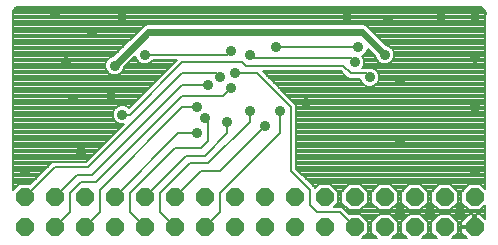
<source format=gbl>
G75*
%MOIN*%
%OFA0B0*%
%FSLAX25Y25*%
%IPPOS*%
%LPD*%
%AMOC8*
5,1,8,0,0,1.08239X$1,22.5*
%
%ADD10OC8,0.06000*%
%ADD11C,0.00800*%
%ADD12C,0.03569*%
%ADD13C,0.02400*%
D10*
X0006650Y0006400D03*
X0016650Y0006400D03*
X0026650Y0006400D03*
X0036650Y0006400D03*
X0046650Y0006400D03*
X0056650Y0006400D03*
X0066650Y0006400D03*
X0076650Y0006400D03*
X0086650Y0006400D03*
X0096650Y0006400D03*
X0106650Y0006400D03*
X0116650Y0006400D03*
X0126650Y0006400D03*
X0136650Y0006400D03*
X0146650Y0006400D03*
X0156650Y0006400D03*
X0156650Y0016400D03*
X0146650Y0016400D03*
X0136650Y0016400D03*
X0126650Y0016400D03*
X0116650Y0016400D03*
X0106650Y0016400D03*
X0096650Y0016400D03*
X0086650Y0016400D03*
X0076650Y0016400D03*
X0066650Y0016400D03*
X0056650Y0016400D03*
X0046650Y0016400D03*
X0036650Y0016400D03*
X0026650Y0016400D03*
X0016650Y0016400D03*
X0006650Y0016400D03*
D11*
X0016650Y0026400D01*
X0027900Y0026400D01*
X0059150Y0057650D01*
X0070400Y0057650D01*
X0071650Y0056400D01*
X0067900Y0053900D02*
X0059150Y0053900D01*
X0029150Y0023900D01*
X0024150Y0023900D01*
X0016650Y0016400D01*
X0021650Y0017650D02*
X0025400Y0021400D01*
X0030400Y0021400D01*
X0059150Y0050150D01*
X0072900Y0050150D01*
X0075400Y0052650D01*
X0076650Y0057650D02*
X0084150Y0057650D01*
X0095400Y0046400D01*
X0095400Y0025150D01*
X0101650Y0018900D01*
X0101650Y0013900D01*
X0104150Y0011400D01*
X0111650Y0011400D01*
X0116650Y0006400D01*
X0119887Y0003415D02*
X0123413Y0003415D01*
X0124027Y0002800D02*
X0122250Y0004577D01*
X0122250Y0008223D01*
X0124827Y0010800D01*
X0128473Y0010800D01*
X0131050Y0008223D01*
X0131050Y0004577D01*
X0129273Y0002800D01*
X0134027Y0002800D01*
X0132250Y0004577D01*
X0132250Y0008223D01*
X0134827Y0010800D01*
X0138473Y0010800D01*
X0141050Y0008223D01*
X0141050Y0004577D01*
X0139273Y0002800D01*
X0144027Y0002800D01*
X0142250Y0004577D01*
X0142250Y0008223D01*
X0144827Y0010800D01*
X0148473Y0010800D01*
X0151050Y0008223D01*
X0151050Y0004577D01*
X0149273Y0002800D01*
X0154027Y0002800D01*
X0152250Y0004577D01*
X0152250Y0006000D01*
X0156250Y0006000D01*
X0156250Y0006800D01*
X0156250Y0010800D01*
X0154827Y0010800D01*
X0152250Y0008223D01*
X0152250Y0006800D01*
X0156250Y0006800D01*
X0157050Y0006800D01*
X0157050Y0010800D01*
X0158473Y0010800D01*
X0160250Y0009023D01*
X0160250Y0013777D01*
X0158473Y0012000D01*
X0154827Y0012000D01*
X0152250Y0014577D01*
X0152250Y0018223D01*
X0154827Y0020800D01*
X0158473Y0020800D01*
X0160250Y0019023D01*
X0160250Y0076456D01*
X0160172Y0076566D01*
X0160250Y0077020D01*
X0160250Y0077480D01*
X0160299Y0077529D01*
X0160303Y0077583D01*
X0160107Y0078451D01*
X0159594Y0079177D01*
X0158843Y0079652D01*
X0158486Y0079750D01*
X0004400Y0079750D01*
X0003986Y0079695D01*
X0003269Y0079281D01*
X0002855Y0078564D01*
X0002800Y0078150D01*
X0002800Y0018773D01*
X0004827Y0020800D01*
X0008473Y0020800D01*
X0008488Y0020784D01*
X0014850Y0027146D01*
X0015904Y0028200D01*
X0027154Y0028200D01*
X0039670Y0040716D01*
X0038517Y0040716D01*
X0037346Y0041201D01*
X0036451Y0042096D01*
X0035966Y0043267D01*
X0035966Y0044533D01*
X0036451Y0045704D01*
X0037346Y0046599D01*
X0038517Y0047084D01*
X0039783Y0047084D01*
X0040954Y0046599D01*
X0041379Y0046174D01*
X0057304Y0062100D01*
X0049351Y0062100D01*
X0049349Y0062096D01*
X0048454Y0061201D01*
X0047283Y0060716D01*
X0046017Y0060716D01*
X0044846Y0061201D01*
X0043951Y0062096D01*
X0043466Y0063267D01*
X0043466Y0063289D01*
X0039834Y0059657D01*
X0039834Y0059517D01*
X0039349Y0058346D01*
X0038454Y0057451D01*
X0037283Y0056966D01*
X0036017Y0056966D01*
X0034846Y0057451D01*
X0033951Y0058346D01*
X0033466Y0059517D01*
X0033466Y0060783D01*
X0033951Y0061954D01*
X0034846Y0062849D01*
X0036017Y0063334D01*
X0036157Y0063334D01*
X0045696Y0072873D01*
X0046427Y0073604D01*
X0047383Y0074000D01*
X0119667Y0074000D01*
X0120623Y0073604D01*
X0127143Y0067084D01*
X0127283Y0067084D01*
X0128454Y0066599D01*
X0129349Y0065704D01*
X0129834Y0064533D01*
X0129834Y0063267D01*
X0129349Y0062096D01*
X0128454Y0061201D01*
X0127283Y0060716D01*
X0126017Y0060716D01*
X0124846Y0061201D01*
X0123951Y0062096D01*
X0123466Y0063267D01*
X0123466Y0063407D01*
X0121084Y0065789D01*
X0121084Y0065767D01*
X0120599Y0064596D01*
X0119704Y0063701D01*
X0119102Y0063451D01*
X0119349Y0063204D01*
X0119834Y0062033D01*
X0119834Y0060767D01*
X0119349Y0059596D01*
X0119203Y0059450D01*
X0120692Y0059450D01*
X0121017Y0059584D01*
X0122283Y0059584D01*
X0123454Y0059099D01*
X0124349Y0058204D01*
X0124834Y0057033D01*
X0124834Y0055767D01*
X0124349Y0054596D01*
X0123454Y0053701D01*
X0122283Y0053216D01*
X0121017Y0053216D01*
X0119846Y0053701D01*
X0118951Y0054596D01*
X0118466Y0055767D01*
X0118466Y0055850D01*
X0114654Y0055850D01*
X0113600Y0056904D01*
X0112154Y0058350D01*
X0085996Y0058350D01*
X0096146Y0048200D01*
X0097200Y0047146D01*
X0097200Y0025896D01*
X0102396Y0020700D01*
X0103450Y0019646D01*
X0103450Y0019423D01*
X0104827Y0020800D01*
X0108473Y0020800D01*
X0111050Y0018223D01*
X0111050Y0014577D01*
X0109673Y0013200D01*
X0112396Y0013200D01*
X0114812Y0010784D01*
X0114827Y0010800D01*
X0118473Y0010800D01*
X0121050Y0008223D01*
X0121050Y0004577D01*
X0119273Y0002800D01*
X0124027Y0002800D01*
X0122614Y0004213D02*
X0120686Y0004213D01*
X0121050Y0005012D02*
X0122250Y0005012D01*
X0122250Y0005810D02*
X0121050Y0005810D01*
X0121050Y0006609D02*
X0122250Y0006609D01*
X0122250Y0007407D02*
X0121050Y0007407D01*
X0121050Y0008206D02*
X0122250Y0008206D01*
X0123032Y0009004D02*
X0120268Y0009004D01*
X0119470Y0009803D02*
X0123830Y0009803D01*
X0124629Y0010601D02*
X0118671Y0010601D01*
X0118473Y0012000D02*
X0114827Y0012000D01*
X0112250Y0014577D01*
X0112250Y0018223D01*
X0114827Y0020800D01*
X0118473Y0020800D01*
X0121050Y0018223D01*
X0121050Y0014577D01*
X0118473Y0012000D01*
X0118671Y0012199D02*
X0124629Y0012199D01*
X0124827Y0012000D02*
X0128473Y0012000D01*
X0131050Y0014577D01*
X0131050Y0018223D01*
X0128473Y0020800D01*
X0124827Y0020800D01*
X0122250Y0018223D01*
X0122250Y0014577D01*
X0124827Y0012000D01*
X0123830Y0012997D02*
X0119470Y0012997D01*
X0120268Y0013796D02*
X0123032Y0013796D01*
X0122250Y0014594D02*
X0121050Y0014594D01*
X0121050Y0015393D02*
X0122250Y0015393D01*
X0122250Y0016191D02*
X0121050Y0016191D01*
X0121050Y0016990D02*
X0122250Y0016990D01*
X0122250Y0017788D02*
X0121050Y0017788D01*
X0120686Y0018587D02*
X0122614Y0018587D01*
X0123413Y0019385D02*
X0119887Y0019385D01*
X0119089Y0020184D02*
X0124211Y0020184D01*
X0129089Y0020184D02*
X0134211Y0020184D01*
X0134827Y0020800D02*
X0132250Y0018223D01*
X0132250Y0014577D01*
X0134827Y0012000D01*
X0138473Y0012000D01*
X0141050Y0014577D01*
X0141050Y0018223D01*
X0138473Y0020800D01*
X0134827Y0020800D01*
X0133413Y0019385D02*
X0129887Y0019385D01*
X0130686Y0018587D02*
X0132614Y0018587D01*
X0132250Y0017788D02*
X0131050Y0017788D01*
X0131050Y0016990D02*
X0132250Y0016990D01*
X0132250Y0016191D02*
X0131050Y0016191D01*
X0131050Y0015393D02*
X0132250Y0015393D01*
X0132250Y0014594D02*
X0131050Y0014594D01*
X0130268Y0013796D02*
X0133032Y0013796D01*
X0133830Y0012997D02*
X0129470Y0012997D01*
X0128671Y0012199D02*
X0134629Y0012199D01*
X0134629Y0010601D02*
X0128671Y0010601D01*
X0129470Y0009803D02*
X0133830Y0009803D01*
X0133032Y0009004D02*
X0130268Y0009004D01*
X0131050Y0008206D02*
X0132250Y0008206D01*
X0132250Y0007407D02*
X0131050Y0007407D01*
X0131050Y0006609D02*
X0132250Y0006609D01*
X0132250Y0005810D02*
X0131050Y0005810D01*
X0131050Y0005012D02*
X0132250Y0005012D01*
X0132614Y0004213D02*
X0130686Y0004213D01*
X0129887Y0003415D02*
X0133413Y0003415D01*
X0139887Y0003415D02*
X0143413Y0003415D01*
X0142614Y0004213D02*
X0140686Y0004213D01*
X0141050Y0005012D02*
X0142250Y0005012D01*
X0142250Y0005810D02*
X0141050Y0005810D01*
X0141050Y0006609D02*
X0142250Y0006609D01*
X0142250Y0007407D02*
X0141050Y0007407D01*
X0141050Y0008206D02*
X0142250Y0008206D01*
X0143032Y0009004D02*
X0140268Y0009004D01*
X0139470Y0009803D02*
X0143830Y0009803D01*
X0144629Y0010601D02*
X0138671Y0010601D01*
X0138671Y0012199D02*
X0144629Y0012199D01*
X0144827Y0012000D02*
X0148473Y0012000D01*
X0151050Y0014577D01*
X0151050Y0018223D01*
X0148473Y0020800D01*
X0144827Y0020800D01*
X0142250Y0018223D01*
X0142250Y0014577D01*
X0144827Y0012000D01*
X0143830Y0012997D02*
X0139470Y0012997D01*
X0140268Y0013796D02*
X0143032Y0013796D01*
X0142250Y0014594D02*
X0141050Y0014594D01*
X0141050Y0015393D02*
X0142250Y0015393D01*
X0142250Y0016191D02*
X0141050Y0016191D01*
X0141050Y0016990D02*
X0142250Y0016990D01*
X0142250Y0017788D02*
X0141050Y0017788D01*
X0140686Y0018587D02*
X0142614Y0018587D01*
X0143413Y0019385D02*
X0139887Y0019385D01*
X0139089Y0020184D02*
X0144211Y0020184D01*
X0149089Y0020184D02*
X0154211Y0020184D01*
X0153413Y0019385D02*
X0149887Y0019385D01*
X0150686Y0018587D02*
X0152614Y0018587D01*
X0152250Y0017788D02*
X0151050Y0017788D01*
X0151050Y0016990D02*
X0152250Y0016990D01*
X0152250Y0016191D02*
X0151050Y0016191D01*
X0151050Y0015393D02*
X0152250Y0015393D01*
X0152250Y0014594D02*
X0151050Y0014594D01*
X0150268Y0013796D02*
X0153032Y0013796D01*
X0153830Y0012997D02*
X0149470Y0012997D01*
X0148671Y0012199D02*
X0154629Y0012199D01*
X0154629Y0010601D02*
X0148671Y0010601D01*
X0149470Y0009803D02*
X0153830Y0009803D01*
X0153032Y0009004D02*
X0150268Y0009004D01*
X0151050Y0008206D02*
X0152250Y0008206D01*
X0152250Y0007407D02*
X0151050Y0007407D01*
X0151050Y0006609D02*
X0156250Y0006609D01*
X0156250Y0007407D02*
X0157050Y0007407D01*
X0157050Y0008206D02*
X0156250Y0008206D01*
X0156250Y0009004D02*
X0157050Y0009004D01*
X0157050Y0009803D02*
X0156250Y0009803D01*
X0156250Y0010601D02*
X0157050Y0010601D01*
X0158671Y0010601D02*
X0160250Y0010601D01*
X0160250Y0009803D02*
X0159470Y0009803D01*
X0160250Y0011400D02*
X0114196Y0011400D01*
X0114629Y0012199D02*
X0113397Y0012199D01*
X0113830Y0012997D02*
X0112599Y0012997D01*
X0113032Y0013796D02*
X0110268Y0013796D01*
X0111050Y0014594D02*
X0112250Y0014594D01*
X0112250Y0015393D02*
X0111050Y0015393D01*
X0111050Y0016191D02*
X0112250Y0016191D01*
X0112250Y0016990D02*
X0111050Y0016990D01*
X0111050Y0017788D02*
X0112250Y0017788D01*
X0112614Y0018587D02*
X0110686Y0018587D01*
X0109887Y0019385D02*
X0113413Y0019385D01*
X0114211Y0020184D02*
X0109089Y0020184D01*
X0104211Y0020184D02*
X0102912Y0020184D01*
X0102113Y0020982D02*
X0160250Y0020982D01*
X0160250Y0020184D02*
X0159089Y0020184D01*
X0159887Y0019385D02*
X0160250Y0019385D01*
X0160250Y0021781D02*
X0101315Y0021781D01*
X0100516Y0022579D02*
X0160250Y0022579D01*
X0160250Y0023378D02*
X0099718Y0023378D01*
X0098919Y0024176D02*
X0160250Y0024176D01*
X0160250Y0024975D02*
X0098121Y0024975D01*
X0097322Y0025773D02*
X0160250Y0025773D01*
X0160250Y0026572D02*
X0097200Y0026572D01*
X0097200Y0027370D02*
X0160250Y0027370D01*
X0160250Y0028169D02*
X0097200Y0028169D01*
X0097200Y0028967D02*
X0160250Y0028967D01*
X0160250Y0029766D02*
X0097200Y0029766D01*
X0097200Y0030564D02*
X0160250Y0030564D01*
X0160250Y0031363D02*
X0097200Y0031363D01*
X0097200Y0032161D02*
X0160250Y0032161D01*
X0160250Y0032960D02*
X0097200Y0032960D01*
X0097200Y0033758D02*
X0160250Y0033758D01*
X0160250Y0034557D02*
X0097200Y0034557D01*
X0097200Y0035355D02*
X0160250Y0035355D01*
X0160250Y0036154D02*
X0097200Y0036154D01*
X0097200Y0036952D02*
X0160250Y0036952D01*
X0160250Y0037751D02*
X0097200Y0037751D01*
X0097200Y0038549D02*
X0160250Y0038549D01*
X0160250Y0039348D02*
X0097200Y0039348D01*
X0097200Y0040146D02*
X0160250Y0040146D01*
X0160250Y0040945D02*
X0097200Y0040945D01*
X0097200Y0041743D02*
X0160250Y0041743D01*
X0160250Y0042542D02*
X0097200Y0042542D01*
X0097200Y0043340D02*
X0160250Y0043340D01*
X0160250Y0044139D02*
X0097200Y0044139D01*
X0097200Y0044937D02*
X0160250Y0044937D01*
X0160250Y0045736D02*
X0097200Y0045736D01*
X0097200Y0046534D02*
X0160250Y0046534D01*
X0160250Y0047333D02*
X0097013Y0047333D01*
X0096214Y0048132D02*
X0160250Y0048132D01*
X0160250Y0048930D02*
X0095416Y0048930D01*
X0094617Y0049729D02*
X0160250Y0049729D01*
X0160250Y0050527D02*
X0093819Y0050527D01*
X0093020Y0051326D02*
X0160250Y0051326D01*
X0160250Y0052124D02*
X0092221Y0052124D01*
X0091423Y0052923D02*
X0160250Y0052923D01*
X0160250Y0053721D02*
X0123474Y0053721D01*
X0124273Y0054520D02*
X0160250Y0054520D01*
X0160250Y0055318D02*
X0124648Y0055318D01*
X0124834Y0056117D02*
X0160250Y0056117D01*
X0160250Y0056915D02*
X0124834Y0056915D01*
X0124552Y0057714D02*
X0160250Y0057714D01*
X0160250Y0058512D02*
X0124041Y0058512D01*
X0122944Y0059311D02*
X0160250Y0059311D01*
X0160250Y0060109D02*
X0119562Y0060109D01*
X0119834Y0060908D02*
X0125553Y0060908D01*
X0124341Y0061706D02*
X0119834Y0061706D01*
X0119639Y0062505D02*
X0123781Y0062505D01*
X0123466Y0063303D02*
X0119250Y0063303D01*
X0120105Y0064102D02*
X0122771Y0064102D01*
X0121973Y0064900D02*
X0120725Y0064900D01*
X0121056Y0065699D02*
X0121174Y0065699D01*
X0117900Y0066400D02*
X0090400Y0066400D01*
X0082900Y0062650D02*
X0115400Y0062650D01*
X0116650Y0061400D01*
X0112900Y0060150D02*
X0080400Y0060150D01*
X0079150Y0061400D01*
X0059150Y0061400D01*
X0041650Y0043900D01*
X0039150Y0043900D01*
X0036803Y0041743D02*
X0002800Y0041743D01*
X0002800Y0040945D02*
X0037963Y0040945D01*
X0039101Y0040146D02*
X0002800Y0040146D01*
X0002800Y0039348D02*
X0038302Y0039348D01*
X0037504Y0038549D02*
X0002800Y0038549D01*
X0002800Y0037751D02*
X0036705Y0037751D01*
X0035907Y0036952D02*
X0002800Y0036952D01*
X0002800Y0036154D02*
X0035108Y0036154D01*
X0034310Y0035355D02*
X0002800Y0035355D01*
X0002800Y0034557D02*
X0033511Y0034557D01*
X0032713Y0033758D02*
X0002800Y0033758D01*
X0002800Y0032960D02*
X0031914Y0032960D01*
X0031116Y0032161D02*
X0002800Y0032161D01*
X0002800Y0031363D02*
X0030317Y0031363D01*
X0029519Y0030564D02*
X0002800Y0030564D01*
X0002800Y0029766D02*
X0028720Y0029766D01*
X0027922Y0028967D02*
X0002800Y0028967D01*
X0002800Y0028169D02*
X0015873Y0028169D01*
X0015075Y0027370D02*
X0002800Y0027370D01*
X0002800Y0026572D02*
X0014276Y0026572D01*
X0013478Y0025773D02*
X0002800Y0025773D01*
X0002800Y0024975D02*
X0012679Y0024975D01*
X0011881Y0024176D02*
X0002800Y0024176D01*
X0002800Y0023378D02*
X0011082Y0023378D01*
X0010284Y0022579D02*
X0002800Y0022579D01*
X0002800Y0021781D02*
X0009485Y0021781D01*
X0008687Y0020982D02*
X0002800Y0020982D01*
X0002800Y0020184D02*
X0004211Y0020184D01*
X0003413Y0019385D02*
X0002800Y0019385D01*
X0021650Y0017650D02*
X0021650Y0011400D01*
X0016650Y0006400D01*
X0026650Y0006400D02*
X0031650Y0011400D01*
X0031650Y0018900D01*
X0059150Y0046400D01*
X0064150Y0046400D01*
X0066650Y0042650D02*
X0067900Y0041400D01*
X0067900Y0035150D01*
X0065400Y0032650D01*
X0056650Y0032650D01*
X0041650Y0017650D01*
X0041650Y0011400D01*
X0046650Y0006400D01*
X0051650Y0011400D02*
X0056650Y0006400D01*
X0051650Y0011400D02*
X0051650Y0017650D01*
X0061650Y0027650D01*
X0067900Y0027650D01*
X0081650Y0041400D01*
X0081650Y0045150D01*
X0074150Y0041400D02*
X0074150Y0037650D01*
X0066650Y0030150D01*
X0060400Y0030150D01*
X0046650Y0016400D01*
X0036650Y0016400D02*
X0057900Y0037650D01*
X0064150Y0037650D01*
X0044134Y0048930D02*
X0002800Y0048930D01*
X0002800Y0048132D02*
X0043336Y0048132D01*
X0042537Y0047333D02*
X0002800Y0047333D01*
X0002800Y0046534D02*
X0037281Y0046534D01*
X0036483Y0045736D02*
X0002800Y0045736D01*
X0002800Y0044937D02*
X0036133Y0044937D01*
X0035966Y0044139D02*
X0002800Y0044139D01*
X0002800Y0043340D02*
X0035966Y0043340D01*
X0036266Y0042542D02*
X0002800Y0042542D01*
X0002800Y0049729D02*
X0044933Y0049729D01*
X0045731Y0050527D02*
X0002800Y0050527D01*
X0002800Y0051326D02*
X0046530Y0051326D01*
X0047329Y0052124D02*
X0002800Y0052124D01*
X0002800Y0052923D02*
X0048127Y0052923D01*
X0048926Y0053721D02*
X0002800Y0053721D01*
X0002800Y0054520D02*
X0049724Y0054520D01*
X0050523Y0055318D02*
X0002800Y0055318D01*
X0002800Y0056117D02*
X0051321Y0056117D01*
X0052120Y0056915D02*
X0002800Y0056915D01*
X0002800Y0057714D02*
X0034583Y0057714D01*
X0033882Y0058512D02*
X0002800Y0058512D01*
X0002800Y0059311D02*
X0033551Y0059311D01*
X0033466Y0060109D02*
X0002800Y0060109D01*
X0002800Y0060908D02*
X0033517Y0060908D01*
X0033848Y0061706D02*
X0002800Y0061706D01*
X0002800Y0062505D02*
X0034502Y0062505D01*
X0035942Y0063303D02*
X0002800Y0063303D01*
X0002800Y0064102D02*
X0036925Y0064102D01*
X0037723Y0064900D02*
X0002800Y0064900D01*
X0002800Y0065699D02*
X0038522Y0065699D01*
X0039320Y0066497D02*
X0002800Y0066497D01*
X0002800Y0067296D02*
X0040119Y0067296D01*
X0040917Y0068094D02*
X0002800Y0068094D01*
X0002800Y0068893D02*
X0041716Y0068893D01*
X0042514Y0069691D02*
X0002800Y0069691D01*
X0002800Y0070490D02*
X0043313Y0070490D01*
X0044111Y0071288D02*
X0002800Y0071288D01*
X0002800Y0072087D02*
X0044910Y0072087D01*
X0045708Y0072885D02*
X0002800Y0072885D01*
X0002800Y0073684D02*
X0046620Y0073684D01*
X0046650Y0063900D02*
X0074150Y0063900D01*
X0075400Y0065150D01*
X0081650Y0063900D02*
X0082900Y0062650D01*
X0086632Y0057714D02*
X0112791Y0057714D01*
X0113589Y0056915D02*
X0087430Y0056915D01*
X0088229Y0056117D02*
X0114388Y0056117D01*
X0115400Y0057650D02*
X0120400Y0057650D01*
X0121650Y0056400D01*
X0118652Y0055318D02*
X0089027Y0055318D01*
X0089826Y0054520D02*
X0119027Y0054520D01*
X0119826Y0053721D02*
X0090624Y0053721D01*
X0091650Y0045150D02*
X0091650Y0037650D01*
X0071650Y0017650D01*
X0071650Y0011400D01*
X0066650Y0006400D01*
X0056650Y0016400D02*
X0065400Y0025150D01*
X0071650Y0025150D01*
X0086650Y0040150D01*
X0112900Y0060150D02*
X0115400Y0057650D01*
X0127747Y0060908D02*
X0160250Y0060908D01*
X0160250Y0061706D02*
X0128959Y0061706D01*
X0129519Y0062505D02*
X0160250Y0062505D01*
X0160250Y0063303D02*
X0129834Y0063303D01*
X0129834Y0064102D02*
X0160250Y0064102D01*
X0160250Y0064900D02*
X0129682Y0064900D01*
X0129352Y0065699D02*
X0160250Y0065699D01*
X0160250Y0066497D02*
X0128556Y0066497D01*
X0126931Y0067296D02*
X0160250Y0067296D01*
X0160250Y0068094D02*
X0126133Y0068094D01*
X0125334Y0068893D02*
X0160250Y0068893D01*
X0160250Y0069691D02*
X0124536Y0069691D01*
X0123737Y0070490D02*
X0160250Y0070490D01*
X0160250Y0071288D02*
X0122939Y0071288D01*
X0122140Y0072087D02*
X0160250Y0072087D01*
X0160250Y0072885D02*
X0121342Y0072885D01*
X0120430Y0073684D02*
X0160250Y0073684D01*
X0160250Y0074482D02*
X0002800Y0074482D01*
X0002800Y0075281D02*
X0160250Y0075281D01*
X0160250Y0076079D02*
X0002800Y0076079D01*
X0002800Y0076878D02*
X0160226Y0076878D01*
X0160282Y0077676D02*
X0002800Y0077676D01*
X0002843Y0078475D02*
X0160090Y0078475D01*
X0159441Y0079273D02*
X0003264Y0079273D01*
X0039749Y0059311D02*
X0054515Y0059311D01*
X0055314Y0060109D02*
X0040286Y0060109D01*
X0041085Y0060908D02*
X0045553Y0060908D01*
X0044341Y0061706D02*
X0041883Y0061706D01*
X0042682Y0062505D02*
X0043781Y0062505D01*
X0047747Y0060908D02*
X0056112Y0060908D01*
X0056911Y0061706D02*
X0048959Y0061706D01*
X0053717Y0058512D02*
X0039418Y0058512D01*
X0038717Y0057714D02*
X0052918Y0057714D01*
X0041739Y0046534D02*
X0041019Y0046534D01*
X0149887Y0003415D02*
X0153413Y0003415D01*
X0152614Y0004213D02*
X0150686Y0004213D01*
X0151050Y0005012D02*
X0152250Y0005012D01*
X0152250Y0005810D02*
X0151050Y0005810D01*
X0158671Y0012199D02*
X0160250Y0012199D01*
X0160250Y0012997D02*
X0159470Y0012997D01*
D12*
X0151650Y0011400D03*
X0141650Y0011400D03*
X0131650Y0011400D03*
X0156650Y0025150D03*
X0131650Y0035150D03*
X0156650Y0046400D03*
X0131650Y0055150D03*
X0121650Y0056400D03*
X0116650Y0061400D03*
X0117900Y0066400D03*
X0126650Y0063900D03*
X0127900Y0075150D03*
X0114150Y0076400D03*
X0090400Y0066400D03*
X0081650Y0063900D03*
X0075400Y0065150D03*
X0076650Y0057650D03*
X0071650Y0056400D03*
X0067900Y0053900D03*
X0075400Y0052650D03*
X0064150Y0046400D03*
X0066650Y0042650D03*
X0064150Y0037650D03*
X0074150Y0041400D03*
X0081650Y0045150D03*
X0086650Y0040150D03*
X0091650Y0045150D03*
X0100400Y0047650D03*
X0145400Y0076400D03*
X0156650Y0076400D03*
X0156650Y0062650D03*
X0046650Y0063900D03*
X0036650Y0060150D03*
X0020400Y0061400D03*
X0029150Y0071400D03*
X0039150Y0076400D03*
X0016650Y0077650D03*
X0035400Y0050150D03*
X0039150Y0043900D03*
X0022900Y0048900D03*
X0025400Y0031400D03*
X0006650Y0025150D03*
D13*
X0036650Y0060150D02*
X0047900Y0071400D01*
X0119150Y0071400D01*
X0126650Y0063900D01*
M02*

</source>
